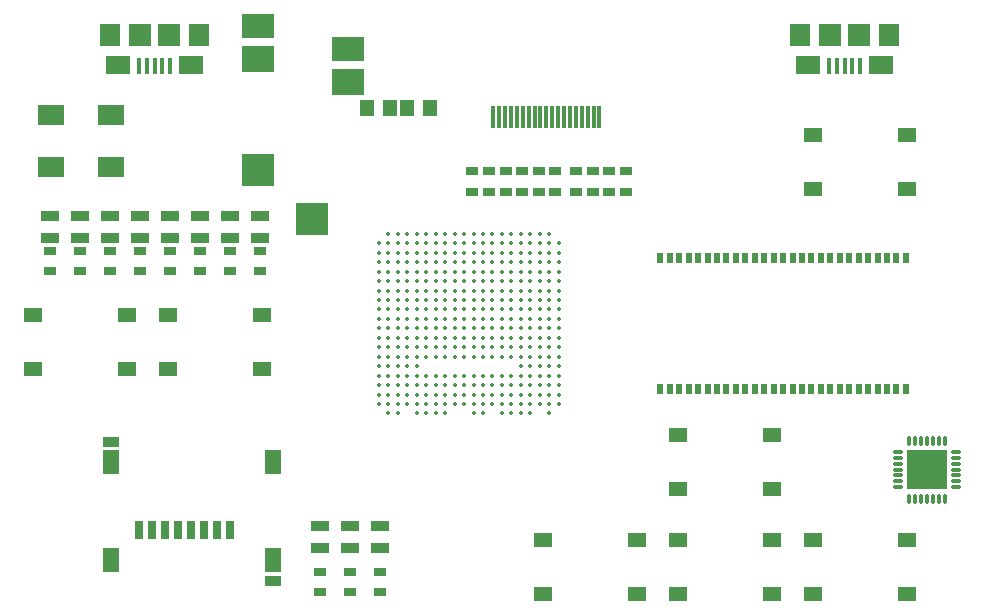
<source format=gtp>
G04 #@! TF.GenerationSoftware,KiCad,Pcbnew,5.0.0-rc2+dfsg1-3*
G04 #@! TF.CreationDate,2018-06-21T10:43:30+02:00*
G04 #@! TF.ProjectId,ulx3s,756C7833732E6B696361645F70636200,rev?*
G04 #@! TF.SameCoordinates,Original*
G04 #@! TF.FileFunction,Paste,Top*
G04 #@! TF.FilePolarity,Positive*
%FSLAX46Y46*%
G04 Gerber Fmt 4.6, Leading zero omitted, Abs format (unit mm)*
G04 Created by KiCad (PCBNEW 5.0.0-rc2+dfsg1-3) date Thu Jun 21 10:43:30 2018*
%MOMM*%
%LPD*%
G01*
G04 APERTURE LIST*
%ADD10R,0.560000X0.900000*%
%ADD11O,0.850000X0.300000*%
%ADD12O,0.300000X0.850000*%
%ADD13R,1.675000X1.675000*%
%ADD14R,1.550000X1.300000*%
%ADD15C,0.350000*%
%ADD16R,2.800000X2.000000*%
%ADD17R,2.800000X2.200000*%
%ADD18R,2.800000X2.800000*%
%ADD19R,0.700000X1.500000*%
%ADD20R,1.450000X0.900000*%
%ADD21R,1.450000X2.000000*%
%ADD22R,2.200000X1.800000*%
%ADD23R,1.000000X0.670000*%
%ADD24R,1.500000X0.970000*%
%ADD25R,0.300000X1.900000*%
%ADD26R,1.295000X1.400000*%
%ADD27R,1.800000X1.900000*%
%ADD28R,0.400000X1.350000*%
%ADD29R,1.900000X1.900000*%
%ADD30R,2.100000X1.600000*%
G04 APERTURE END LIST*
D10*
G04 #@! TO.C,U2*
X175493000Y-82270000D03*
X154693000Y-93330000D03*
X155493000Y-93330000D03*
X156293000Y-93330000D03*
X157093000Y-93330000D03*
X157893000Y-93330000D03*
X158693000Y-93330000D03*
X159493000Y-93330000D03*
X160293000Y-93330000D03*
X161093000Y-93330000D03*
X161893000Y-93330000D03*
X162693000Y-93330000D03*
X163493000Y-93330000D03*
X164293000Y-93330000D03*
X165093000Y-93330000D03*
X165893000Y-93330000D03*
X166693000Y-93330000D03*
X167493000Y-93330000D03*
X168293000Y-93330000D03*
X169093000Y-93330000D03*
X169893000Y-93330000D03*
X170693000Y-93330000D03*
X171493000Y-93330000D03*
X172293000Y-93330000D03*
X173093000Y-93330000D03*
X173893000Y-93330000D03*
X174693000Y-93330000D03*
X175493000Y-93330000D03*
X174693000Y-82270000D03*
X173893000Y-82270000D03*
X173093000Y-82270000D03*
X172293000Y-82270000D03*
X171493000Y-82270000D03*
X170693000Y-82270000D03*
X169893000Y-82270000D03*
X169093000Y-82270000D03*
X168293000Y-82270000D03*
X167493000Y-82270000D03*
X166693000Y-82270000D03*
X165893000Y-82270000D03*
X165093000Y-82270000D03*
X164293000Y-82270000D03*
X163493000Y-82270000D03*
X162693000Y-82270000D03*
X161893000Y-82270000D03*
X161093000Y-82270000D03*
X160293000Y-82270000D03*
X159493000Y-82270000D03*
X158693000Y-82270000D03*
X157893000Y-82270000D03*
X157093000Y-82270000D03*
X156293000Y-82270000D03*
X155493000Y-82270000D03*
X154693000Y-82270000D03*
G04 #@! TD*
D11*
G04 #@! TO.C,U8*
X179735000Y-101655000D03*
X179735000Y-101155000D03*
X179735000Y-100655000D03*
X179735000Y-100155000D03*
X179735000Y-99655000D03*
X179735000Y-99155000D03*
X179735000Y-98655000D03*
D12*
X178785000Y-97705000D03*
X178285000Y-97705000D03*
X177785000Y-97705000D03*
X177285000Y-97705000D03*
X176785000Y-97705000D03*
X176285000Y-97705000D03*
X175785000Y-97705000D03*
D11*
X174835000Y-98655000D03*
X174835000Y-99155000D03*
X174835000Y-99655000D03*
X174835000Y-100155000D03*
X174835000Y-100655000D03*
X174835000Y-101155000D03*
X174835000Y-101655000D03*
D12*
X175785000Y-102605000D03*
X176285000Y-102605000D03*
X176785000Y-102605000D03*
X177285000Y-102605000D03*
X177785000Y-102605000D03*
X178285000Y-102605000D03*
X178785000Y-102605000D03*
D13*
X176447500Y-99317500D03*
X176447500Y-100992500D03*
X178122500Y-99317500D03*
X178122500Y-100992500D03*
G04 #@! TD*
D14*
G04 #@! TO.C,BTN0*
X175550000Y-71870000D03*
X175550000Y-76370000D03*
X167590000Y-76370000D03*
X167590000Y-71870000D03*
G04 #@! TD*
G04 #@! TO.C,BTN1*
X101550000Y-91610000D03*
X101550000Y-87110000D03*
X109510000Y-87110000D03*
X109510000Y-91610000D03*
G04 #@! TD*
G04 #@! TO.C,BTN2*
X112980000Y-91610000D03*
X112980000Y-87110000D03*
X120940000Y-87110000D03*
X120940000Y-91610000D03*
G04 #@! TD*
G04 #@! TO.C,BTN3*
X156160000Y-101770000D03*
X156160000Y-97270000D03*
X164120000Y-97270000D03*
X164120000Y-101770000D03*
G04 #@! TD*
G04 #@! TO.C,BTN4*
X164120000Y-106160000D03*
X164120000Y-110660000D03*
X156160000Y-110660000D03*
X156160000Y-106160000D03*
G04 #@! TD*
G04 #@! TO.C,BTN5*
X152690000Y-106160000D03*
X152690000Y-110660000D03*
X144730000Y-110660000D03*
X144730000Y-106160000D03*
G04 #@! TD*
G04 #@! TO.C,BTN6*
X175550000Y-106160000D03*
X175550000Y-110660000D03*
X167590000Y-110660000D03*
X167590000Y-106160000D03*
G04 #@! TD*
D15*
G04 #@! TO.C,U1*
X131680000Y-80200000D03*
X132480000Y-80200000D03*
X133280000Y-80200000D03*
X134080000Y-80200000D03*
X134880000Y-80200000D03*
X135680000Y-80200000D03*
X136480000Y-80200000D03*
X137280000Y-80200000D03*
X138080000Y-80200000D03*
X138880000Y-80200000D03*
X139680000Y-80200000D03*
X140480000Y-80200000D03*
X141280000Y-80200000D03*
X142080000Y-80200000D03*
X142880000Y-80200000D03*
X143680000Y-80200000D03*
X144480000Y-80200000D03*
X145280000Y-80200000D03*
X130880000Y-81000000D03*
X131680000Y-81000000D03*
X132480000Y-81000000D03*
X133280000Y-81000000D03*
X134080000Y-81000000D03*
X134880000Y-81000000D03*
X135680000Y-81000000D03*
X136480000Y-81000000D03*
X137280000Y-81000000D03*
X138080000Y-81000000D03*
X138880000Y-81000000D03*
X139680000Y-81000000D03*
X140480000Y-81000000D03*
X141280000Y-81000000D03*
X142080000Y-81000000D03*
X142880000Y-81000000D03*
X143680000Y-81000000D03*
X144480000Y-81000000D03*
X145280000Y-81000000D03*
X146080000Y-81000000D03*
X130880000Y-81800000D03*
X131680000Y-81800000D03*
X132480000Y-81800000D03*
X133280000Y-81800000D03*
X134080000Y-81800000D03*
X134880000Y-81800000D03*
X135680000Y-81800000D03*
X136480000Y-81800000D03*
X137280000Y-81800000D03*
X138080000Y-81800000D03*
X138880000Y-81800000D03*
X139680000Y-81800000D03*
X140480000Y-81800000D03*
X141280000Y-81800000D03*
X142080000Y-81800000D03*
X142880000Y-81800000D03*
X143680000Y-81800000D03*
X144480000Y-81800000D03*
X145280000Y-81800000D03*
X146080000Y-81800000D03*
X130880000Y-82600000D03*
X131680000Y-82600000D03*
X132480000Y-82600000D03*
X133280000Y-82600000D03*
X134080000Y-82600000D03*
X134880000Y-82600000D03*
X135680000Y-82600000D03*
X136480000Y-82600000D03*
X137280000Y-82600000D03*
X138080000Y-82600000D03*
X138880000Y-82600000D03*
X139680000Y-82600000D03*
X140480000Y-82600000D03*
X141280000Y-82600000D03*
X142080000Y-82600000D03*
X142880000Y-82600000D03*
X143680000Y-82600000D03*
X144480000Y-82600000D03*
X145280000Y-82600000D03*
X146080000Y-82600000D03*
X130880000Y-83400000D03*
X131680000Y-83400000D03*
X132480000Y-83400000D03*
X133280000Y-83400000D03*
X134080000Y-83400000D03*
X134880000Y-83400000D03*
X135680000Y-83400000D03*
X136480000Y-83400000D03*
X137280000Y-83400000D03*
X138080000Y-83400000D03*
X138880000Y-83400000D03*
X139680000Y-83400000D03*
X140480000Y-83400000D03*
X141280000Y-83400000D03*
X142080000Y-83400000D03*
X142880000Y-83400000D03*
X143680000Y-83400000D03*
X144480000Y-83400000D03*
X145280000Y-83400000D03*
X146080000Y-83400000D03*
X130880000Y-84200000D03*
X131680000Y-84200000D03*
X132480000Y-84200000D03*
X133280000Y-84200000D03*
X134080000Y-84200000D03*
X134880000Y-84200000D03*
X135680000Y-84200000D03*
X136480000Y-84200000D03*
X137280000Y-84200000D03*
X138080000Y-84200000D03*
X138880000Y-84200000D03*
X139680000Y-84200000D03*
X140480000Y-84200000D03*
X141280000Y-84200000D03*
X142080000Y-84200000D03*
X142880000Y-84200000D03*
X143680000Y-84200000D03*
X144480000Y-84200000D03*
X145280000Y-84200000D03*
X146080000Y-84200000D03*
X130880000Y-85000000D03*
X131680000Y-85000000D03*
X132480000Y-85000000D03*
X133280000Y-85000000D03*
X134080000Y-85000000D03*
X134880000Y-85000000D03*
X135680000Y-85000000D03*
X136480000Y-85000000D03*
X137280000Y-85000000D03*
X138080000Y-85000000D03*
X138880000Y-85000000D03*
X139680000Y-85000000D03*
X140480000Y-85000000D03*
X141280000Y-85000000D03*
X142080000Y-85000000D03*
X142880000Y-85000000D03*
X143680000Y-85000000D03*
X144480000Y-85000000D03*
X145280000Y-85000000D03*
X146080000Y-85000000D03*
X130880000Y-85800000D03*
X131680000Y-85800000D03*
X132480000Y-85800000D03*
X133280000Y-85800000D03*
X134080000Y-85800000D03*
X134880000Y-85800000D03*
X135680000Y-85800000D03*
X136480000Y-85800000D03*
X137280000Y-85800000D03*
X138080000Y-85800000D03*
X138880000Y-85800000D03*
X139680000Y-85800000D03*
X140480000Y-85800000D03*
X141280000Y-85800000D03*
X142080000Y-85800000D03*
X142880000Y-85800000D03*
X143680000Y-85800000D03*
X144480000Y-85800000D03*
X145280000Y-85800000D03*
X146080000Y-85800000D03*
X130880000Y-86600000D03*
X131680000Y-86600000D03*
X132480000Y-86600000D03*
X133280000Y-86600000D03*
X134080000Y-86600000D03*
X134880000Y-86600000D03*
X135680000Y-86600000D03*
X136480000Y-86600000D03*
X137280000Y-86600000D03*
X138080000Y-86600000D03*
X138880000Y-86600000D03*
X139680000Y-86600000D03*
X140480000Y-86600000D03*
X141280000Y-86600000D03*
X142080000Y-86600000D03*
X142880000Y-86600000D03*
X143680000Y-86600000D03*
X144480000Y-86600000D03*
X145280000Y-86600000D03*
X146080000Y-86600000D03*
X130880000Y-87400000D03*
X131680000Y-87400000D03*
X132480000Y-87400000D03*
X133280000Y-87400000D03*
X134080000Y-87400000D03*
X134880000Y-87400000D03*
X135680000Y-87400000D03*
X136480000Y-87400000D03*
X137280000Y-87400000D03*
X138080000Y-87400000D03*
X138880000Y-87400000D03*
X139680000Y-87400000D03*
X140480000Y-87400000D03*
X141280000Y-87400000D03*
X142080000Y-87400000D03*
X142880000Y-87400000D03*
X143680000Y-87400000D03*
X144480000Y-87400000D03*
X145280000Y-87400000D03*
X146080000Y-87400000D03*
X130880000Y-88200000D03*
X131680000Y-88200000D03*
X132480000Y-88200000D03*
X133280000Y-88200000D03*
X134080000Y-88200000D03*
X134880000Y-88200000D03*
X135680000Y-88200000D03*
X136480000Y-88200000D03*
X137280000Y-88200000D03*
X138080000Y-88200000D03*
X138880000Y-88200000D03*
X139680000Y-88200000D03*
X140480000Y-88200000D03*
X141280000Y-88200000D03*
X142080000Y-88200000D03*
X142880000Y-88200000D03*
X143680000Y-88200000D03*
X144480000Y-88200000D03*
X145280000Y-88200000D03*
X146080000Y-88200000D03*
X130880000Y-89000000D03*
X131680000Y-89000000D03*
X132480000Y-89000000D03*
X133280000Y-89000000D03*
X134080000Y-89000000D03*
X134880000Y-89000000D03*
X135680000Y-89000000D03*
X136480000Y-89000000D03*
X137280000Y-89000000D03*
X138080000Y-89000000D03*
X138880000Y-89000000D03*
X139680000Y-89000000D03*
X140480000Y-89000000D03*
X141280000Y-89000000D03*
X142080000Y-89000000D03*
X142880000Y-89000000D03*
X143680000Y-89000000D03*
X144480000Y-89000000D03*
X145280000Y-89000000D03*
X146080000Y-89000000D03*
X130880000Y-89800000D03*
X131680000Y-89800000D03*
X132480000Y-89800000D03*
X133280000Y-89800000D03*
X134080000Y-89800000D03*
X134880000Y-89800000D03*
X135680000Y-89800000D03*
X136480000Y-89800000D03*
X137280000Y-89800000D03*
X138080000Y-89800000D03*
X138880000Y-89800000D03*
X139680000Y-89800000D03*
X140480000Y-89800000D03*
X141280000Y-89800000D03*
X142080000Y-89800000D03*
X142880000Y-89800000D03*
X143680000Y-89800000D03*
X144480000Y-89800000D03*
X145280000Y-89800000D03*
X146080000Y-89800000D03*
X130880000Y-90600000D03*
X131680000Y-90600000D03*
X132480000Y-90600000D03*
X133280000Y-90600000D03*
X134080000Y-90600000D03*
X134880000Y-90600000D03*
X135680000Y-90600000D03*
X136480000Y-90600000D03*
X137280000Y-90600000D03*
X138080000Y-90600000D03*
X138880000Y-90600000D03*
X139680000Y-90600000D03*
X140480000Y-90600000D03*
X141280000Y-90600000D03*
X142080000Y-90600000D03*
X142880000Y-90600000D03*
X143680000Y-90600000D03*
X144480000Y-90600000D03*
X145280000Y-90600000D03*
X146080000Y-90600000D03*
X130880000Y-91400000D03*
X131680000Y-91400000D03*
X132480000Y-91400000D03*
X133280000Y-91400000D03*
X134080000Y-91400000D03*
X142880000Y-91400000D03*
X143680000Y-91400000D03*
X144480000Y-91400000D03*
X145280000Y-91400000D03*
X146080000Y-91400000D03*
X130880000Y-92200000D03*
X131680000Y-92200000D03*
X132480000Y-92200000D03*
X133280000Y-92200000D03*
X134080000Y-92200000D03*
X134880000Y-92200000D03*
X135680000Y-92200000D03*
X136480000Y-92200000D03*
X137280000Y-92200000D03*
X138080000Y-92200000D03*
X138880000Y-92200000D03*
X139680000Y-92200000D03*
X140480000Y-92200000D03*
X141280000Y-92200000D03*
X142080000Y-92200000D03*
X142880000Y-92200000D03*
X143680000Y-92200000D03*
X144480000Y-92200000D03*
X145280000Y-92200000D03*
X146080000Y-92200000D03*
X130880000Y-93000000D03*
X131680000Y-93000000D03*
X132480000Y-93000000D03*
X133280000Y-93000000D03*
X134080000Y-93000000D03*
X134880000Y-93000000D03*
X135680000Y-93000000D03*
X136480000Y-93000000D03*
X137280000Y-93000000D03*
X138080000Y-93000000D03*
X138880000Y-93000000D03*
X139680000Y-93000000D03*
X140480000Y-93000000D03*
X141280000Y-93000000D03*
X142080000Y-93000000D03*
X142880000Y-93000000D03*
X143680000Y-93000000D03*
X144480000Y-93000000D03*
X145280000Y-93000000D03*
X146080000Y-93000000D03*
X130880000Y-93800000D03*
X131680000Y-93800000D03*
X132480000Y-93800000D03*
X133280000Y-93800000D03*
X134080000Y-93800000D03*
X134880000Y-93800000D03*
X135680000Y-93800000D03*
X136480000Y-93800000D03*
X137280000Y-93800000D03*
X138080000Y-93800000D03*
X138880000Y-93800000D03*
X139680000Y-93800000D03*
X140480000Y-93800000D03*
X141280000Y-93800000D03*
X142080000Y-93800000D03*
X142880000Y-93800000D03*
X143680000Y-93800000D03*
X144480000Y-93800000D03*
X145280000Y-93800000D03*
X146080000Y-93800000D03*
X130880000Y-94600000D03*
X131680000Y-94600000D03*
X132480000Y-94600000D03*
X133280000Y-94600000D03*
X134080000Y-94600000D03*
X134880000Y-94600000D03*
X135680000Y-94600000D03*
X136480000Y-94600000D03*
X137280000Y-94600000D03*
X138080000Y-94600000D03*
X138880000Y-94600000D03*
X139680000Y-94600000D03*
X140480000Y-94600000D03*
X141280000Y-94600000D03*
X142080000Y-94600000D03*
X142880000Y-94600000D03*
X143680000Y-94600000D03*
X144480000Y-94600000D03*
X145280000Y-94600000D03*
X146080000Y-94600000D03*
X131680000Y-95400000D03*
X132480000Y-95400000D03*
X134080000Y-95400000D03*
X134880000Y-95400000D03*
X135680000Y-95400000D03*
X136480000Y-95400000D03*
X138880000Y-95400000D03*
X139680000Y-95400000D03*
X141280000Y-95400000D03*
X142080000Y-95400000D03*
X142880000Y-95400000D03*
X143680000Y-95400000D03*
X145280000Y-95400000D03*
G04 #@! TD*
D16*
G04 #@! TO.C,AUDIO1*
X120668000Y-62618000D03*
D17*
X120668000Y-65418000D03*
D18*
X120668000Y-74818000D03*
X125218000Y-78918000D03*
D17*
X128268000Y-67318000D03*
D16*
X128268000Y-64518000D03*
G04 #@! TD*
D19*
G04 #@! TO.C,SD1*
X118250000Y-105250000D03*
X117150000Y-105250000D03*
X116050000Y-105250000D03*
X114950000Y-105250000D03*
X113850000Y-105250000D03*
X112750000Y-105250000D03*
X111650000Y-105250000D03*
X110550000Y-105250000D03*
D20*
X121925000Y-109550000D03*
X108175000Y-97850000D03*
D21*
X108175000Y-107850000D03*
X121925000Y-107850000D03*
X121925000Y-99550000D03*
X108175000Y-99550000D03*
G04 #@! TD*
D22*
G04 #@! TO.C,Y1*
X108212000Y-70160000D03*
X103132000Y-70160000D03*
X103132000Y-74560000D03*
X108212000Y-74560000D03*
G04 #@! TD*
D23*
G04 #@! TO.C,C36*
X150361000Y-76646000D03*
X150361000Y-74896000D03*
G04 #@! TD*
G04 #@! TO.C,C37*
X151758000Y-74896000D03*
X151758000Y-76646000D03*
G04 #@! TD*
G04 #@! TO.C,C38*
X140201000Y-74896000D03*
X140201000Y-76646000D03*
G04 #@! TD*
G04 #@! TO.C,C39*
X142995000Y-76646000D03*
X142995000Y-74896000D03*
G04 #@! TD*
G04 #@! TO.C,C40*
X145789000Y-76646000D03*
X145789000Y-74896000D03*
G04 #@! TD*
G04 #@! TO.C,C41*
X148964000Y-74896000D03*
X148964000Y-76646000D03*
G04 #@! TD*
G04 #@! TO.C,C42*
X138742800Y-76638600D03*
X138742800Y-74888600D03*
G04 #@! TD*
G04 #@! TO.C,C43*
X141598000Y-74896000D03*
X141598000Y-76646000D03*
G04 #@! TD*
G04 #@! TO.C,C44*
X144392000Y-74896000D03*
X144392000Y-76646000D03*
G04 #@! TD*
G04 #@! TO.C,C45*
X147567000Y-76634000D03*
X147567000Y-74884000D03*
G04 #@! TD*
D24*
G04 #@! TO.C,D19*
X130930000Y-106825000D03*
X130930000Y-104915000D03*
G04 #@! TD*
G04 #@! TO.C,D0*
X120770000Y-78644000D03*
X120770000Y-80554000D03*
G04 #@! TD*
G04 #@! TO.C,D1*
X118230000Y-80554000D03*
X118230000Y-78644000D03*
G04 #@! TD*
G04 #@! TO.C,D2*
X115690000Y-78644000D03*
X115690000Y-80554000D03*
G04 #@! TD*
G04 #@! TO.C,D3*
X113150000Y-78644000D03*
X113150000Y-80554000D03*
G04 #@! TD*
G04 #@! TO.C,D4*
X110610000Y-80554000D03*
X110610000Y-78644000D03*
G04 #@! TD*
G04 #@! TO.C,D5*
X108070000Y-80554000D03*
X108070000Y-78644000D03*
G04 #@! TD*
G04 #@! TO.C,D6*
X105545000Y-78644000D03*
X105545000Y-80554000D03*
G04 #@! TD*
G04 #@! TO.C,D7*
X102990000Y-80554000D03*
X102990000Y-78644000D03*
G04 #@! TD*
G04 #@! TO.C,D18*
X128390000Y-106825000D03*
X128390000Y-104915000D03*
G04 #@! TD*
G04 #@! TO.C,D22*
X125850000Y-104915000D03*
X125850000Y-106825000D03*
G04 #@! TD*
D25*
G04 #@! TO.C,GPDI1*
X149546000Y-70312000D03*
X149046000Y-70312000D03*
X148546000Y-70312000D03*
X148046000Y-70312000D03*
X147546000Y-70312000D03*
X147046000Y-70312000D03*
X146546000Y-70312000D03*
X146046000Y-70312000D03*
X145546000Y-70312000D03*
X145046000Y-70312000D03*
X144546000Y-70312000D03*
X144046000Y-70312000D03*
X143546000Y-70312000D03*
X143046000Y-70312000D03*
X142546000Y-70312000D03*
X142046000Y-70312000D03*
X141546000Y-70312000D03*
X141046000Y-70312000D03*
X140546000Y-70312000D03*
G04 #@! TD*
D23*
G04 #@! TO.C,R41*
X120770000Y-83377000D03*
X120770000Y-81627000D03*
G04 #@! TD*
G04 #@! TO.C,R42*
X118230000Y-81627000D03*
X118230000Y-83377000D03*
G04 #@! TD*
G04 #@! TO.C,R43*
X115690000Y-83377000D03*
X115690000Y-81627000D03*
G04 #@! TD*
G04 #@! TO.C,R44*
X113150000Y-81627000D03*
X113150000Y-83377000D03*
G04 #@! TD*
G04 #@! TO.C,R45*
X110610000Y-81627000D03*
X110610000Y-83377000D03*
G04 #@! TD*
G04 #@! TO.C,R46*
X108070000Y-83377000D03*
X108070000Y-81627000D03*
G04 #@! TD*
G04 #@! TO.C,R47*
X105530000Y-81627000D03*
X105530000Y-83377000D03*
G04 #@! TD*
G04 #@! TO.C,R48*
X102990000Y-83377000D03*
X102990000Y-81627000D03*
G04 #@! TD*
G04 #@! TO.C,R36*
X128390000Y-110555000D03*
X128390000Y-108805000D03*
G04 #@! TD*
G04 #@! TO.C,R37*
X130930000Y-110555000D03*
X130930000Y-108805000D03*
G04 #@! TD*
G04 #@! TO.C,R62*
X125850000Y-108805000D03*
X125850000Y-110555000D03*
G04 #@! TD*
D26*
G04 #@! TO.C,RV2*
X131785500Y-69566000D03*
X129850500Y-69566000D03*
G04 #@! TD*
G04 #@! TO.C,RV3*
X133231000Y-69566000D03*
X135166000Y-69566000D03*
G04 #@! TD*
D27*
G04 #@! TO.C,US1*
X108080000Y-63325000D03*
X115680000Y-63325000D03*
D28*
X110580000Y-66000000D03*
X111230000Y-66000000D03*
X111880000Y-66000000D03*
X112530000Y-66000000D03*
X113180000Y-66000000D03*
D29*
X110680000Y-63325000D03*
X113080000Y-63325000D03*
D30*
X108780000Y-65875000D03*
X114980000Y-65875000D03*
G04 #@! TD*
G04 #@! TO.C,US2*
X173400000Y-65875000D03*
X167200000Y-65875000D03*
D29*
X171500000Y-63325000D03*
X169100000Y-63325000D03*
D28*
X171600000Y-66000000D03*
X170950000Y-66000000D03*
X170300000Y-66000000D03*
X169650000Y-66000000D03*
X169000000Y-66000000D03*
D27*
X174100000Y-63325000D03*
X166500000Y-63325000D03*
G04 #@! TD*
M02*

</source>
